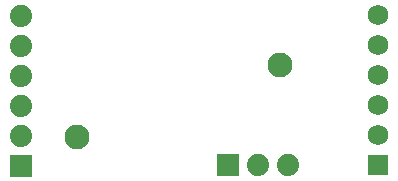
<source format=gbs>
G04*
G04 #@! TF.GenerationSoftware,Altium Limited,Altium Designer,24.9.1 (31)*
G04*
G04 Layer_Color=16711935*
%FSLAX44Y44*%
%MOMM*%
G71*
G04*
G04 #@! TF.SameCoordinates,B5823E4F-61C2-4C15-8B31-12C9E9E13820*
G04*
G04*
G04 #@! TF.FilePolarity,Negative*
G04*
G01*
G75*
%ADD26R,1.7516X1.7516*%
%ADD27C,1.7516*%
%ADD28C,2.1016*%
%ADD29C,1.8796*%
%ADD30R,1.8796X1.8796*%
%ADD31R,1.8796X1.8796*%
D26*
X600000Y721700D02*
D03*
D27*
Y747100D02*
D03*
Y772500D02*
D03*
Y797900D02*
D03*
Y823300D02*
D03*
Y848700D02*
D03*
D28*
X345000Y745000D02*
D03*
X516636Y806196D02*
D03*
D29*
X297000Y847850D02*
D03*
Y822450D02*
D03*
Y746250D02*
D03*
Y771650D02*
D03*
Y797050D02*
D03*
X523300Y721300D02*
D03*
X497900D02*
D03*
D30*
X297000Y720850D02*
D03*
D31*
X472500Y721300D02*
D03*
M02*

</source>
